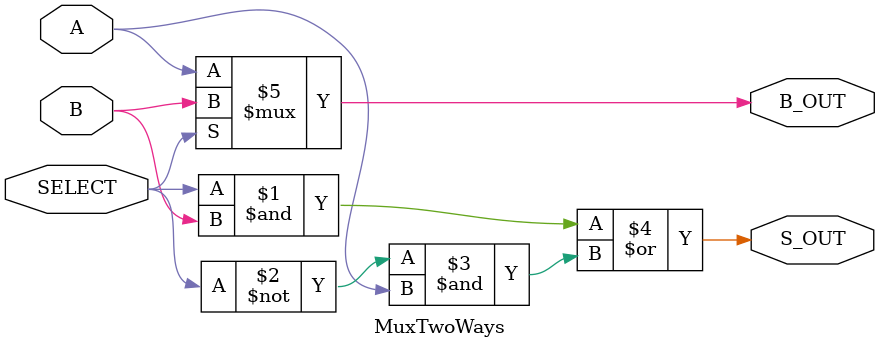
<source format=v>


module MuxTwoWays (
  input SELECT,
  input A,  
  input B,    
  output S_OUT,
  output B_OUT  
);

  assign S_OUT = (SELECT & B) | (~SELECT & A); // sum of products structral implementation
  assign B_OUT = SELECT ? B : A;               // strucutral implementation
  	
endmodule

</source>
